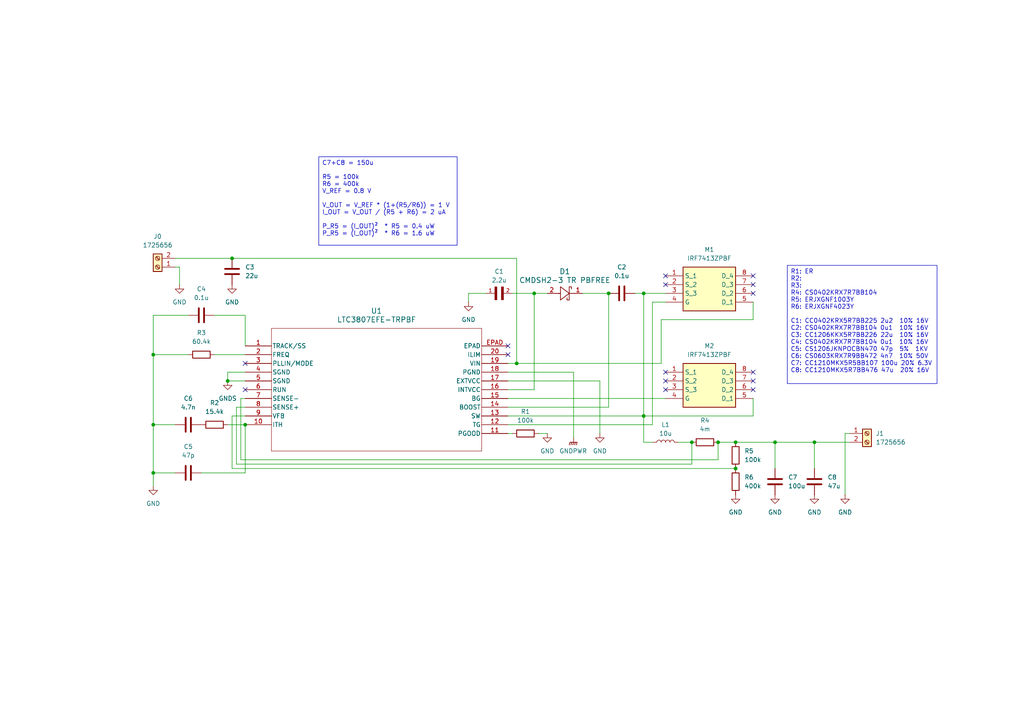
<source format=kicad_sch>
(kicad_sch (version 20231120) (generator "eeschema") (generator_version "8.0")
  (paper "A4")
  (title_block (title "Step-down converter"))
  (lib_symbols
    (symbol "2025-02-07_09-07-09:LTC3807EFE-TRPBF" (pin_names (offset 0.254))
      (property "Reference" "U" (at 38.1 10.16 0))
      (property "Value" "LTC3807EFE-TRPBF" (at 38.1 7.62 0))
      (symbol "LTC3807EFE-TRPBF_0_1"
        (polyline (pts (xy 7.62 -30.48) (xy 68.58 -30.48)) (stroke (width 0.127)))
        (polyline (pts (xy 7.62 5.08) (xy 7.62 -30.48)) (stroke (width 0.127)))
        (polyline (pts (xy 68.58 -30.48) (xy 68.58 5.08)) (stroke (width 0.127)))
        (polyline (pts (xy 68.58 5.08) (xy 7.62 5.08)) (stroke (width 0.127)))
        (pin input line (at 0 0 0) (length 7.62) (name "TRACK/SS") (number "1"))
        (pin output line (at 0 -22.86 0) (length 7.62) (name "ITH") (number "10"))
        (pin output line (at 76.2 -25.4 180) (length 7.62) (name "PGOOD") (number "11"))
        (pin output line (at 76.2 -22.86 180) (length 7.62) (name "TG") (number "12"))
        (pin unspecified line (at 76.2 -20.32 180) (length 7.62) (name "SW") (number "13"))
        (pin unspecified line (at 76.2 -17.78 180) (length 7.62) (name "BOOST") (number "14"))
        (pin unspecified line (at 76.2 -15.24 180) (length 7.62) (name "BG") (number "15"))
        (pin output line (at 76.2 -12.7 180) (length 7.62) (name "INTVCC") (number "16"))
        (pin input line (at 76.2 -10.16 180) (length 7.62) (name "EXTVCC") (number "17"))
        (pin power_in line (at 76.2 -7.62 180) (length 7.62) (name "PGND") (number "18"))
        (pin input line (at 76.2 -5.08 180) (length 7.62) (name "VIN") (number "19"))
        (pin unspecified line (at 0 -2.54 0) (length 7.62) (name "FREQ") (number "2"))
        (pin input line (at 76.2 -2.54 180) (length 7.62) (name "ILIM") (number "20"))
        (pin input line (at 0 -5.08 0) (length 7.62) (name "PLLIN/MODE") (number "3"))
        (pin power_in line (at 0 -7.62 0) (length 7.62) (name "SGND") (number "4"))
        (pin power_in line (at 0 -10.16 0) (length 7.62) (name "SGND") (number "5"))
        (pin input line (at 0 -12.7 0) (length 7.62) (name "RUN") (number "6"))
        (pin input line (at 0 -15.24 0) (length 7.62) (name "SENSE-") (number "7"))
        (pin input line (at 0 -17.78 0) (length 7.62) (name "SENSE+") (number "8"))
        (pin output line (at 0 -20.32 0) (length 7.62) (name "VFB") (number "9"))
        (pin unspecified line (at 76.2 0 180) (length 7.62) (name "EPAD") (number "EPAD"))
      )
    )
    (symbol "2025-02-07_10-12-59:CMDSH2-3_TR_PBFREE" (pin_names (offset 0.254))
      (property "Reference" "CR" (at 5.08 4.445 0))
      (property "Value" "CMDSH2-3 TR PBFREE" (at 5.08 -3.81 0))
      (symbol "CMDSH2-3_TR_PBFREE_0_1"
        (polyline (pts (xy 2.54 0) (xy 3.4798 0)) (stroke (width 0.2032)))
        (polyline (pts (xy 3.175 0) (xy 3.81 0)) (stroke (width 0.2032)))
        (polyline (pts (xy 3.81 -1.905) (xy 6.35 0)) (stroke (width 0.2032)))
        (polyline (pts (xy 3.81 1.905) (xy 3.81 -1.905)) (stroke (width 0.2032)))
        (polyline (pts (xy 5.715 -1.905) (xy 5.715 -1.27)) (stroke (width 0.2032)))
        (polyline (pts (xy 6.35 -1.905) (xy 5.715 -1.905)) (stroke (width 0.2032)))
        (polyline (pts (xy 6.35 -1.905) (xy 6.35 1.905)) (stroke (width 0.2032)))
        (polyline (pts (xy 6.35 0) (xy 3.81 1.905)) (stroke (width 0.2032)))
        (polyline (pts (xy 6.35 0) (xy 7.62 0)) (stroke (width 0.2032)))
        (polyline (pts (xy 6.35 1.905) (xy 6.985 1.905)) (stroke (width 0.2032)))
        (polyline (pts (xy 6.985 1.905) (xy 6.985 1.27)) (stroke (width 0.2032)))
        (pin unspecified line (at 10.16 0 180) (length 2.54) (name "") (number "1"))
        (pin unspecified line (at 0 0 0) (length 2.54) (name "") (number "2"))
      )
    )
    (symbol "CC0402KRX5R7BB225:CC0402KRX5R7BB225" (pin_names (offset 1.016))
      (property "Reference" "C" (at 0 3.81 0))
      (property "Value" "CC0402KRX5R7BB225" (at 0 -5.08 0))
      (symbol "CC0402KRX5R7BB225_0_0"
        (rectangle (start 0 -1.905) (end 0.635 1.905) (stroke (width 0.1)) (fill (type outline)))
        (rectangle (start 1.905 -1.905) (end 2.54 1.905) (stroke (width 0.1)) (fill (type outline)))
        (pin passive line (at 5.08 0 180) (length 2.54) (name "~") (number "1"))
        (pin passive line (at -2.54 0 0) (length 2.54) (name "~") (number "2"))
      )
    )
    (symbol "Connector:Screw_Terminal_01x02" (pin_names (offset 1.016) hide)
      (property "Reference" "J" (at 0 2.54 0))
      (property "Value" "Screw_Terminal_01x02" (at 0 -5.08 0))
      (symbol "Screw_Terminal_01x02_1_1"
        (rectangle (start -1.27 1.27) (end 1.27 -3.81) (stroke (width 0.254)) (fill (type background)))
        (circle (center 0 -2.54) (radius 0.635) (stroke (width 0.1524)))
        (polyline (pts (xy -0.5334 -2.2098) (xy 0.3302 -3.048)) (stroke (width 0.1524)))
        (polyline (pts (xy -0.5334 0.3302) (xy 0.3302 -0.508)) (stroke (width 0.1524)))
        (polyline (pts (xy -0.3556 -2.032) (xy 0.508 -2.8702)) (stroke (width 0.1524)))
        (polyline (pts (xy -0.3556 0.508) (xy 0.508 -0.3302)) (stroke (width 0.1524)))
        (circle (center 0 0) (radius 0.635) (stroke (width 0.1524)))
        (pin passive line (at -5.08 0 0) (length 3.81) (name "Pin_1") (number "1"))
        (pin passive line (at -5.08 -2.54 0) (length 3.81) (name "Pin_2") (number "2"))
      )
    )
    (symbol "Device:C" (pin_numbers hide) (pin_names (offset 0.254))
      (property "Reference" "C" (at 0.635 2.54 0))
      (property "Value" "C" (at 0.635 -2.54 0))
      (symbol "C_0_1"
        (polyline (pts (xy -2.032 -0.762) (xy 2.032 -0.762)) (stroke (width 0.508)))
        (polyline (pts (xy -2.032 0.762) (xy 2.032 0.762)) (stroke (width 0.508)))
      )
      (symbol "C_1_1"
        (pin passive line (at 0 3.81 270) (length 2.794) (name "~") (number "1"))
        (pin passive line (at 0 -3.81 90) (length 2.794) (name "~") (number "2"))
      )
    )
    (symbol "Device:L" (pin_numbers hide) (pin_names (offset 1.016) hide)
      (property "Reference" "L" (at -1.27 0 90))
      (property "Value" "L" (at 1.905 0 90))
      (symbol "L_0_1"
        (arc (start 0 -2.54) (mid 0.6323 -1.905) (end 0 -1.27))
        (arc (start 0 -1.27) (mid 0.6323 -0.635) (end 0 0))
        (arc (start 0 0) (mid 0.6323 0.635) (end 0 1.27))
        (arc (start 0 1.27) (mid 0.6323 1.905) (end 0 2.54))
      )
      (symbol "L_1_1"
        (pin passive line (at 0 3.81 270) (length 1.27) (name "1") (number "1"))
        (pin passive line (at 0 -3.81 90) (length 1.27) (name "2") (number "2"))
      )
    )
    (symbol "Device:R" (pin_numbers hide) (pin_names (offset 0))
      (property "Reference" "R" (at 2.032 0 90))
      (property "Value" "R" (at 0 0 90))
      (symbol "R_0_1"
        (rectangle (start -1.016 -2.54) (end 1.016 2.54) (stroke (width 0.254)))
      )
      (symbol "R_1_1"
        (pin passive line (at 0 3.81 270) (length 1.27) (name "~") (number "1"))
        (pin passive line (at 0 -3.81 90) (length 1.27) (name "~") (number "2"))
      )
    )
    (symbol "IRF7413ZPBF:IRF7413ZPBF"
      (property "Reference" "IC" (at 21.59 7.62 0))
      (property "Value" "IRF7413ZPBF" (at 21.59 5.08 0))
      (symbol "IRF7413ZPBF_1_1"
        (rectangle (start 5.08 2.54) (end 20.32 -10.16) (stroke (width 0.254)) (fill (type background)))
        (pin passive line (at 0 0 0) (length 5.08) (name "S_1") (number "1"))
        (pin passive line (at 0 -2.54 0) (length 5.08) (name "S_2") (number "2"))
        (pin passive line (at 0 -5.08 0) (length 5.08) (name "S_3") (number "3"))
        (pin passive line (at 0 -7.62 0) (length 5.08) (name "G") (number "4"))
        (pin passive line (at 25.4 -7.62 180) (length 5.08) (name "D_1") (number "5"))
        (pin passive line (at 25.4 -5.08 180) (length 5.08) (name "D_2") (number "6"))
        (pin passive line (at 25.4 -2.54 180) (length 5.08) (name "D_3") (number "7"))
        (pin passive line (at 25.4 0 180) (length 5.08) (name "D_4") (number "8"))
      )
    )
    (symbol "power:GND" (power) (pin_numbers hide) (pin_names (offset 0) hide)
      (property "Value" "GND" (at 0 -3.81 0))
      (symbol "GND_0_1"
        (polyline (pts (xy 0 0) (xy 0 -1.27) (xy 1.27 -1.27) (xy 0 -2.54) (xy -1.27 -1.27) (xy 0 -1.27)))
      )
      (symbol "GND_1_1"
        (pin power_in line (at 0 0 270) (length 0) (name "~") (number "1"))
      )
    )
    (symbol "power:GNDPWR" (power) (pin_numbers hide) (pin_names (offset 0) hide)
      (property "Value" "GNDPWR" (at 0 -3.302 0))
      (symbol "GNDPWR_0_1"
        (polyline (pts (xy 0 -1.27) (xy 0 0)))
        (polyline (pts (xy -1.016 -1.27) (xy -1.27 -2.032) (xy -1.27 -2.032)) (stroke (width 0.2032)))
        (polyline (pts (xy -0.508 -1.27) (xy -0.762 -2.032) (xy -0.762 -2.032)) (stroke (width 0.2032)))
        (polyline (pts (xy 0 -1.27) (xy -0.254 -2.032) (xy -0.254 -2.032)) (stroke (width 0.2032)))
        (polyline (pts (xy 0.508 -1.27) (xy 0.254 -2.032) (xy 0.254 -2.032)) (stroke (width 0.2032)))
        (polyline (pts (xy 1.016 -1.27) (xy -1.016 -1.27) (xy -1.016 -1.27)) (stroke (width 0.2032)))
        (polyline (pts (xy 1.016 -1.27) (xy 0.762 -2.032) (xy 0.762 -2.032) (xy 0.762 -2.032)) (stroke (width 0.2032)))
      )
      (symbol "GNDPWR_1_1"
        (pin power_in line (at 0 0 270) (length 0) (name "~") (number "1"))
      )
    )
    (symbol "power:GNDS" (power) (pin_numbers hide) (pin_names (offset 0) hide)
      (property "Value" "GNDS" (at 0 -3.81 0))
      (symbol "GNDS_0_1"
        (polyline (pts (xy 0 0) (xy 0 -1.27) (xy 1.27 -1.27) (xy 0 -2.54) (xy -1.27 -1.27) (xy 0 -1.27)))
      )
      (symbol "GNDS_1_1"
        (pin power_in line (at 0 0 270) (length 0) (name "~") (number "1"))
      )
    )
  )
  (junction (at 67.31 74.93))
  (junction (at 224.79 128.27))
  (junction (at 186.69 85.09))
  (junction (at 149.86 105.41))
  (junction (at 236.22 128.27))
  (junction (at 208.28 128.27))
  (junction (at 44.45 123.19))
  (junction (at 71.12 123.19))
  (junction (at 44.45 102.87))
  (junction (at 213.36 135.89))
  (junction (at 186.69 120.65))
  (junction (at 176.53 85.09))
  (junction (at 200.66 128.27))
  (junction (at 66.04 110.49))
  (junction (at 213.36 128.27))
  (junction (at 44.45 137.16))
  (junction (at 154.94 85.09))
  (no_connect (at 193.04 82.55))
  (no_connect (at 218.44 107.95))
  (no_connect (at 218.44 82.55))
  (no_connect (at 218.44 110.49))
  (no_connect (at 147.32 102.87))
  (no_connect (at 71.12 105.41))
  (no_connect (at 71.12 113.03))
  (no_connect (at 193.04 80.01))
  (no_connect (at 147.32 100.33))
  (no_connect (at 218.44 85.09))
  (no_connect (at 193.04 107.95))
  (no_connect (at 218.44 113.03))
  (no_connect (at 193.04 113.03))
  (no_connect (at 218.44 80.01))
  (no_connect (at 193.04 110.49))
  (wire (pts (xy 62.23 91.44) (xy 71.12 91.44)))
  (wire (pts (xy 62.23 102.87) (xy 71.12 102.87)))
  (wire (pts (xy 176.53 85.09) (xy 176.53 118.11)))
  (wire (pts (xy 154.94 85.09) (xy 154.94 113.03)))
  (wire (pts (xy 173.99 125.73) (xy 173.99 110.49)))
  (wire (pts (xy 191.77 92.71) (xy 218.44 92.71)))
  (wire (pts (xy 149.86 74.93) (xy 149.86 105.41)))
  (wire (pts (xy 135.89 85.09) (xy 140.97 85.09)))
  (wire (pts (xy 44.45 123.19) (xy 50.8 123.19)))
  (wire (pts (xy 135.89 87.63) (xy 135.89 85.09)))
  (wire (pts (xy 218.44 87.63) (xy 218.44 92.71)))
  (wire (pts (xy 147.32 113.03) (xy 154.94 113.03)))
  (wire (pts (xy 236.22 128.27) (xy 246.38 128.27)))
  (wire (pts (xy 69.85 115.57) (xy 71.12 115.57)))
  (wire (pts (xy 147.32 125.73) (xy 148.59 125.73)))
  (wire (pts (xy 193.04 85.09) (xy 186.69 85.09)))
  (wire (pts (xy 208.28 128.27) (xy 213.36 128.27)))
  (wire (pts (xy 52.07 77.47) (xy 52.07 82.55)))
  (wire (pts (xy 186.69 128.27) (xy 189.23 128.27)))
  (wire (pts (xy 158.75 85.09) (xy 154.94 85.09)))
  (wire (pts (xy 147.32 123.19) (xy 189.23 123.19)))
  (wire (pts (xy 50.8 137.16) (xy 44.45 137.16)))
  (wire (pts (xy 71.12 100.33) (xy 71.12 91.44)))
  (wire (pts (xy 71.12 118.11) (xy 68.58 118.11)))
  (wire (pts (xy 44.45 123.19) (xy 44.45 137.16)))
  (wire (pts (xy 66.04 123.19) (xy 71.12 123.19)))
  (wire (pts (xy 166.37 107.95) (xy 166.37 127)))
  (wire (pts (xy 200.66 128.27) (xy 196.85 128.27)))
  (wire (pts (xy 50.8 74.93) (xy 67.31 74.93)))
  (wire (pts (xy 218.44 115.57) (xy 218.44 120.65)))
  (wire (pts (xy 67.31 74.93) (xy 149.86 74.93)))
  (wire (pts (xy 68.58 118.11) (xy 68.58 134.62)))
  (wire (pts (xy 71.12 120.65) (xy 67.31 120.65)))
  (wire (pts (xy 147.32 107.95) (xy 166.37 107.95)))
  (wire (pts (xy 66.04 110.49) (xy 71.12 110.49)))
  (wire (pts (xy 147.32 115.57) (xy 193.04 115.57)))
  (wire (pts (xy 50.8 77.47) (xy 52.07 77.47)))
  (wire (pts (xy 191.77 105.41) (xy 191.77 92.71)))
  (wire (pts (xy 67.31 120.65) (xy 67.31 135.89)))
  (wire (pts (xy 44.45 102.87) (xy 54.61 102.87)))
  (wire (pts (xy 236.22 128.27) (xy 236.22 135.89)))
  (wire (pts (xy 208.28 133.35) (xy 69.85 133.35)))
  (wire (pts (xy 147.32 120.65) (xy 186.69 120.65)))
  (wire (pts (xy 54.61 91.44) (xy 44.45 91.44)))
  (wire (pts (xy 186.69 120.65) (xy 218.44 120.65)))
  (wire (pts (xy 67.31 135.89) (xy 213.36 135.89)))
  (wire (pts (xy 69.85 133.35) (xy 69.85 115.57)))
  (wire (pts (xy 200.66 134.62) (xy 200.66 128.27)))
  (wire (pts (xy 224.79 135.89) (xy 224.79 128.27)))
  (wire (pts (xy 189.23 87.63) (xy 193.04 87.63)))
  (wire (pts (xy 168.91 85.09) (xy 176.53 85.09)))
  (wire (pts (xy 147.32 118.11) (xy 176.53 118.11)))
  (wire (pts (xy 208.28 128.27) (xy 208.28 133.35)))
  (wire (pts (xy 44.45 102.87) (xy 44.45 123.19)))
  (wire (pts (xy 71.12 107.95) (xy 66.04 107.95)))
  (wire (pts (xy 147.32 105.41) (xy 149.86 105.41)))
  (wire (pts (xy 149.86 105.41) (xy 191.77 105.41)))
  (wire (pts (xy 189.23 87.63) (xy 189.23 123.19)))
  (wire (pts (xy 148.59 85.09) (xy 154.94 85.09)))
  (wire (pts (xy 58.42 137.16) (xy 71.12 137.16)))
  (wire (pts (xy 158.75 125.73) (xy 156.21 125.73)))
  (wire (pts (xy 44.45 137.16) (xy 44.45 140.97)))
  (wire (pts (xy 71.12 123.19) (xy 71.12 137.16)))
  (wire (pts (xy 186.69 120.65) (xy 186.69 128.27)))
  (wire (pts (xy 66.04 107.95) (xy 66.04 110.49)))
  (wire (pts (xy 245.11 125.73) (xy 245.11 143.51)))
  (wire (pts (xy 224.79 128.27) (xy 236.22 128.27)))
  (wire (pts (xy 246.38 125.73) (xy 245.11 125.73)))
  (wire (pts (xy 213.36 128.27) (xy 224.79 128.27)))
  (wire (pts (xy 44.45 91.44) (xy 44.45 102.87)))
  (wire (pts (xy 186.69 85.09) (xy 184.15 85.09)))
  (wire (pts (xy 68.58 134.62) (xy 200.66 134.62)))
  (wire (pts (xy 173.99 110.49) (xy 147.32 110.49)))
  (wire (pts (xy 186.69 85.09) (xy 186.69 120.65)))
  (text_box "R1: ER\nR2:\nR3:\nR4: CS0402KRX7R7BB104\nR5: ERJXGNF1003Y\nR6: ERJXGNF4023Y\n\nC1: CC0402KRX5R7BB225 2u2  10% 16V\nC2: CS0402KRX7R7BB104 0u1  10% 16V\nC3: CC1206KKX5R7BB226 22u  10% 16V\nC4: CS0402KRX7R7BB104 0u1  10% 16V\nC5: CS1206JKNPOCBN470 47p  5%  1KV\nC6: CS0603KRX7R9BB472 4n7  10% 50V\nC7: CC1210MKX5R5BB107 100u 20% 6.3V\nC8: CC1210MKX5R7BB476 47u  20% 16V" (exclude_from_sim yes) (at 228.346 76.962 0) (size 43.434 34.29) (effects (font (size 1.27 1.27)) (justify left top)))
  (text_box "C7+C8 = 150u\n\nR5 = 100k\nR6 = 400k\nV_REF = 0.8 V\n\nV_OUT = V_REF * (1+(R5/R6)) = 1 V\nI_OUT = V_OUT / (R5 + R6) = 2 uA\n\nP_R5 = (I_OUT)²  * R5 = 0.4 uW\nP_R5 = (I_OUT)²  * R6 = 1.6 uW" (at 92.456 45.466 0) (size 40.132 25.654) (effects (font (size 1.27 1.27)) (justify left top)))
  (symbol (lib_id "2025-02-07_09-07-09:LTC3807EFE-TRPBF") (at 71.12 100.33 0) (unit 1)
    (property "Reference" "U1" (at 109.22 90.17 0) (effects (font (size 1.524 1.524))))
    (property "Value" "LTC3807EFE-TRPBF" (at 109.22 92.71 0) (effects (font (size 1.524 1.524))))
    (property "Footprint" "TSSOP-20_FE/CB_LIT" (effects (hide yes)))
    (property "Datasheet" "LTC3807EFE-TRPBF" (effects (hide yes)))
  )
  (symbol (lib_id "Device:C") (at 180.34 85.09 270) (unit 1)
    (property "Reference" "C2" (at 180.34 77.47 90))
    (property "Value" "0.1u" (at 180.34 80.01 90))
    (property "Footprint" "Capacitor_SMD:C_0402_1005Metric" (effects (hide yes)))
    (property "Description" "Unpolarized capacitor" (effects (hide yes)))
  )
  (symbol (lib_id "power:GND") (at 173.99 125.73 0) (unit 1)
    (property "Reference" "#PWR01" (effects (hide yes)))
    (property "Value" "GND" (at 173.99 130.81 0))
    (property "Description" "Power symbol creates a global label with name \"GND\" , ground" (effects (hide yes)))
  )
  (symbol (lib_id "Device:C") (at 54.61 137.16 90) (unit 1)
    (property "Reference" "C5" (at 54.61 129.54 90))
    (property "Value" "47p" (at 54.61 132.08 90))
    (property "Footprint" "Capacitor_SMD:C_0805_2012Metric" (effects (hide yes)))
    (property "Description" "Unpolarized capacitor" (effects (hide yes)))
  )
  (symbol (lib_id "power:GNDS") (at 66.04 110.49 0) (unit 1)
    (property "Reference" "#PWR06" (effects (hide yes)))
    (property "Value" "GNDS" (at 66.04 115.57 0))
    (property "Description" "Power symbol creates a global label with name \"GNDS\" , signal ground" (effects (hide yes)))
  )
  (symbol (lib_id "IRF7413ZPBF:IRF7413ZPBF") (at 193.04 80.01 0) (unit 1)
    (property "Reference" "M1" (at 205.74 72.39 0))
    (property "Value" "IRF7413ZPBF" (at 205.74 74.93 0))
    (property "Footprint" "SOIC127P600X175-8N" (effects (hide yes)))
    (property "Datasheet" "http://www.infineon.com/dgdl/irf7413zpbf.pdf?fileId=5546d462533600a4015355fab6901bc2" (effects (hide yes)))
    (property "Description" "MOSFET N-Ch 30V 13A HEXFET Low Ron SOIC8 Infineon IRF7413ZPBF N-channel MOSFET Transistor, 13 A, 30 V, 8-Pin SOIC" (effects (hide yes)))
    (property "Height" "1.75" (effects (hide yes)))
    (property "Manufacturer_Name" "Infineon" (effects (hide yes)))
    (property "Manufacturer_Part_Number" "IRF7413ZPBF" (effects (hide yes)))
    (property "Mouser Part Number" "942-IRF7413ZPBF" (effects (hide yes)))
    (property "Mouser Price/Stock" "https://www.mouser.com/Search/Refine.aspx?Keyword=942-IRF7413ZPBF" (effects (hide yes)))
    (property "Arrow Part Number" "IRF7413ZPBF" (effects (hide yes)))
    (property "Arrow Price/Stock" "https://www.arrow.com/en/products/irf7413zpbf/infineon-technologies-ag" (effects (hide yes)))
  )
  (symbol (lib_id "Device:C") (at 58.42 91.44 90) (unit 1)
    (property "Reference" "C4" (at 58.42 83.82 90))
    (property "Value" "0.1u" (at 58.42 86.36 90))
    (property "Footprint" "Capacitor_SMD:C_0402_1005Metric" (effects (hide yes)))
    (property "Description" "Unpolarized capacitor" (effects (hide yes)))
  )
  (symbol (lib_id "power:GND") (at 224.79 143.51 0) (unit 1)
    (property "Reference" "#PWR05" (effects (hide yes)))
    (property "Value" "GND" (at 224.79 148.59 0))
    (property "Description" "Power symbol creates a global label with name \"GND\" , ground" (effects (hide yes)))
  )
  (symbol (lib_id "power:GND") (at 158.75 125.73 0) (unit 1)
    (property "Reference" "#PWR03" (effects (hide yes)))
    (property "Value" "GND" (at 158.75 130.81 0))
    (property "Description" "Power symbol creates a global label with name \"GND\" , ground" (effects (hide yes)))
  )
  (symbol (lib_id "power:GND") (at 67.31 82.55 0) (unit 1)
    (property "Reference" "#PWR010" (effects (hide yes)))
    (property "Value" "GND" (at 67.31 87.63 0))
    (property "Description" "Power symbol creates a global label with name \"GND\" , ground" (effects (hide yes)))
  )
  (symbol (lib_id "CC0402KRX5R7BB225:CC0402KRX5R7BB225") (at 146.05 85.09 180) (unit 1)
    (property "Reference" "C1" (at 144.78 78.74 0))
    (property "Value" "2.2u" (at 144.78 81.28 0))
    (property "Footprint" "CC0402KRX5R7BB225:CAPC1005X55N" (effects (hide yes)))
    (property "Description" "Unpolarized capacitor" (effects (hide yes)))
    (property "MF" "Yageo" (effects (hide yes)))
    (property "Description_1" "\n                        \n                            2.2 µF ±10% 16V Ceramic Capacitor X5R 0402 (1005 Metric)\n                        \n" (effects (hide yes)))
    (property "Package" "0402 Yageo" (effects (hide yes)))
    (property "Price" "None" (effects (hide yes)))
    (property "SnapEDA_Link" "https://www.snapeda.com/parts/CC0402KRX5R7BB225/Yageo/view-part/?ref=snap" (effects (hide yes)))
    (property "MP" "CC0402KRX5R7BB225" (effects (hide yes)))
    (property "Availability" "In Stock" (effects (hide yes)))
    (property "Check_prices" "https://www.snapeda.com/parts/CC0402KRX5R7BB225/Yageo/view-part/?ref=eda" (effects (hide yes)))
  )
  (symbol (lib_id "power:GND") (at 245.11 143.51 0) (unit 1)
    (property "Reference" "#PWR09" (effects (hide yes)))
    (property "Value" "GND" (at 245.11 148.59 0))
    (property "Description" "Power symbol creates a global label with name \"GND\" , ground" (effects (hide yes)))
  )
  (symbol (lib_id "Device:R") (at 213.36 139.7 0) (unit 1)
    (property "Reference" "R6" (at 215.9 138.4299 0) (effects (justify left)))
    (property "Value" "400k" (at 215.9 140.9699 0) (effects (justify left)))
    (property "Description" "Resistor" (effects (hide yes)))
  )
  (symbol (lib_id "power:GND") (at 135.89 87.63 0) (unit 1)
    (property "Reference" "#PWR02" (effects (hide yes)))
    (property "Value" "GND" (at 135.89 92.71 0))
    (property "Description" "Power symbol creates a global label with name \"GND\" , ground" (effects (hide yes)))
  )
  (symbol (lib_id "Device:R") (at 204.47 128.27 90) (unit 1)
    (property "Reference" "R4" (at 204.47 121.92 90))
    (property "Value" "4m" (at 204.47 124.46 90))
    (property "Description" "Resistor" (effects (hide yes)))
  )
  (symbol (lib_id "power:GND") (at 236.22 143.51 0) (unit 1)
    (property "Reference" "#PWR012" (effects (hide yes)))
    (property "Value" "GND" (at 236.22 148.59 0))
    (property "Description" "Power symbol creates a global label with name \"GND\" , ground" (effects (hide yes)))
  )
  (symbol (lib_id "Device:C") (at 67.31 78.74 0) (unit 1)
    (property "Reference" "C3" (at 71.12 77.4699 0) (effects (justify left)))
    (property "Value" "22u" (at 71.12 80.0099 0) (effects (justify left)))
    (property "Footprint" "Capacitor_SMD:C_1206_3216Metric" (effects (hide yes)))
    (property "Description" "Unpolarized capacitor" (effects (hide yes)))
  )
  (symbol (lib_id "power:GND") (at 52.07 82.55 0) (unit 1)
    (property "Reference" "#PWR08" (effects (hide yes)))
    (property "Value" "GND" (at 52.07 87.63 0))
    (property "Description" "Power symbol creates a global label with name \"GND\" , ground" (effects (hide yes)))
  )
  (symbol (lib_id "Connector:Screw_Terminal_01x02") (at 45.72 77.47 180) (unit 1)
    (property "Reference" "J0" (at 45.72 68.58 0))
    (property "Value" "1725656" (at 45.72 71.12 0))
    (property "Footprint" "TerminalBlock_Phoenix:TerminalBlock_Phoenix_MKDS-1,5-2-5.08_1x02_P5.08mm_Horizontal" (effects (hide yes)))
    (property "Description" "Generic screw terminal, single row, 01x02, script generated (kicad-library-utils/schlib/autogen/connector/)" (effects (hide yes)))
  )
  (symbol (lib_id "power:GND") (at 44.45 140.97 0) (unit 1)
    (property "Reference" "#PWR07" (effects (hide yes)))
    (property "Value" "GND" (at 44.45 146.05 0))
    (property "Description" "Power symbol creates a global label with name \"GND\" , ground" (effects (hide yes)))
  )
  (symbol (lib_id "Device:R") (at 58.42 102.87 90) (unit 1)
    (property "Reference" "R3" (at 58.42 96.52 90))
    (property "Value" "60.4k" (at 58.42 99.06 90))
    (property "Description" "Resistor" (effects (hide yes)))
  )
  (symbol (lib_id "Device:R") (at 213.36 132.08 0) (unit 1)
    (property "Reference" "R5" (at 215.9 130.8099 0) (effects (justify left)))
    (property "Value" "100k" (at 215.9 133.3499 0) (effects (justify left)))
    (property "Description" "Resistor" (effects (hide yes)))
  )
  (symbol (lib_id "Device:C") (at 224.79 139.7 0) (unit 1)
    (property "Reference" "C7" (at 228.6 138.4299 0) (effects (justify left)))
    (property "Value" "100u" (at 228.6 140.9699 0) (effects (justify left)))
    (property "Footprint" "Capacitor_SMD:C_1210_3225Metric" (effects (hide yes)))
    (property "Description" "Unpolarized capacitor" (effects (hide yes)))
  )
  (symbol (lib_id "IRF7413ZPBF:IRF7413ZPBF") (at 193.04 107.95 0) (unit 1)
    (property "Reference" "M2" (at 205.74 100.33 0))
    (property "Value" "IRF7413ZPBF" (at 205.74 102.87 0))
    (property "Footprint" "SOIC127P600X175-8N" (effects (hide yes)))
    (property "Datasheet" "http://www.infineon.com/dgdl/irf7413zpbf.pdf?fileId=5546d462533600a4015355fab6901bc2" (effects (hide yes)))
    (property "Description" "MOSFET N-Ch 30V 13A HEXFET Low Ron SOIC8 Infineon IRF7413ZPBF N-channel MOSFET Transistor, 13 A, 30 V, 8-Pin SOIC" (effects (hide yes)))
    (property "Height" "1.75" (effects (hide yes)))
    (property "Manufacturer_Name" "Infineon" (effects (hide yes)))
    (property "Manufacturer_Part_Number" "IRF7413ZPBF" (effects (hide yes)))
    (property "Mouser Part Number" "942-IRF7413ZPBF" (effects (hide yes)))
    (property "Mouser Price/Stock" "https://www.mouser.com/Search/Refine.aspx?Keyword=942-IRF7413ZPBF" (effects (hide yes)))
    (property "Arrow Part Number" "IRF7413ZPBF" (effects (hide yes)))
    (property "Arrow Price/Stock" "https://www.arrow.com/en/products/irf7413zpbf/infineon-technologies-ag" (effects (hide yes)))
  )
  (symbol (lib_id "Device:L") (at 193.04 128.27 90) (unit 1)
    (property "Reference" "L1" (at 193.04 123.19 90))
    (property "Value" "10u" (at 193.04 125.73 90))
    (property "Description" "Inductor" (effects (hide yes)))
  )
  (symbol (lib_id "power:GNDPWR") (at 166.37 127 0) (unit 1)
    (property "Reference" "#PWR011" (effects (hide yes)))
    (property "Value" "GNDPWR" (at 166.243 130.81 0))
    (property "Description" "Power symbol creates a global label with name \"GNDPWR\" , global ground" (effects (hide yes)))
  )
  (symbol (lib_id "Connector:Screw_Terminal_01x02") (at 251.46 125.73 0) (unit 1)
    (property "Reference" "J1" (at 254 125.7299 0) (effects (justify left)))
    (property "Value" "1725656" (at 254 128.2699 0) (effects (justify left)))
    (property "Footprint" "TerminalBlock_Phoenix:TerminalBlock_Phoenix_MKDS-1,5-2-5.08_1x02_P5.08mm_Horizontal" (effects (hide yes)))
    (property "Description" "Generic screw terminal, single row, 01x02, script generated (kicad-library-utils/schlib/autogen/connector/)" (effects (hide yes)))
  )
  (symbol (lib_id "Device:R") (at 62.23 123.19 90) (unit 1)
    (property "Reference" "R2" (at 62.23 116.84 90))
    (property "Value" "15.4k" (at 62.23 119.38 90))
    (property "Description" "Resistor" (effects (hide yes)))
  )
  (symbol (lib_id "Device:R") (at 152.4 125.73 90) (unit 1)
    (property "Reference" "R1" (at 152.4 119.38 90))
    (property "Value" "100k" (at 152.4 121.92 90))
    (property "Description" "Resistor" (effects (hide yes)))
  )
  (symbol (lib_id "Device:C") (at 54.61 123.19 90) (unit 1)
    (property "Reference" "C6" (at 54.61 115.57 90))
    (property "Value" "4.7n" (at 54.61 118.11 90))
    (property "Footprint" "Capacitor_SMD:C_0603_1608Metric" (effects (hide yes)))
    (property "Description" "Unpolarized capacitor" (effects (hide yes)))
  )
  (symbol (lib_id "2025-02-07_10-12-59:CMDSH2-3_TR_PBFREE") (at 158.75 85.09 0) (unit 1)
    (property "Reference" "D1" (at 163.83 78.74 0) (effects (font (size 1.524 1.524))))
    (property "Value" "CMDSH2-3 TR PBFREE" (at 163.83 81.28 0) (effects (font (size 1.524 1.524))))
    (property "Footprint" "SDO_CMDSH2-3 TR PBFREE_CNS" (effects (hide yes)))
    (property "Datasheet" "CMDSH2-3 TR PBFREE" (effects (hide yes)))
  )
  (symbol (lib_id "power:GND") (at 213.36 143.51 0) (unit 1)
    (property "Reference" "#PWR04" (effects (hide yes)))
    (property "Value" "GND" (at 213.36 148.59 0))
    (property "Description" "Power symbol creates a global label with name \"GND\" , ground" (effects (hide yes)))
  )
  (symbol (lib_id "Device:C") (at 236.22 139.7 0) (unit 1)
    (property "Reference" "C8" (at 240.03 138.4299 0) (effects (justify left)))
    (property "Value" "47u" (at 240.03 140.9699 0) (effects (justify left)))
    (property "Footprint" "Capacitor_SMD:C_1210_3225Metric" (effects (hide yes)))
    (property "Description" "Unpolarized capacitor" (effects (hide yes)))
  )
)
</source>
